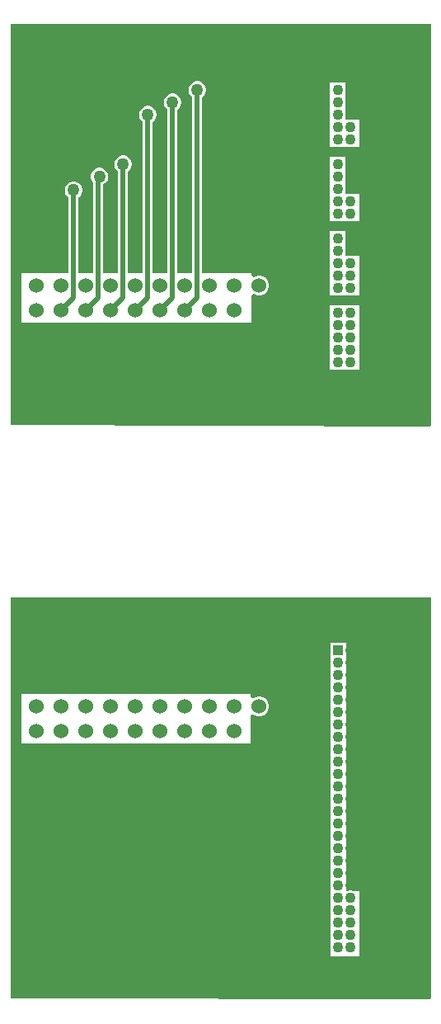
<source format=gbr>
%TF.GenerationSoftware,Altium Limited,Altium Designer,22.11.1 (43)*%
G04 Layer_Physical_Order=2*
G04 Layer_Color=16711680*
%FSLAX45Y45*%
%MOMM*%
%TF.SameCoordinates,ABC14B17-DAD6-4B0F-8560-1018B917A27C*%
%TF.FilePolarity,Positive*%
%TF.FileFunction,Copper,L2,Bot,Signal*%
%TF.Part,Single*%
G01*
G75*
%TA.AperFunction,Conductor*%
%ADD10C,0.50000*%
%TA.AperFunction,ComponentPad*%
%ADD11R,1.09000X1.09000*%
%ADD12C,1.09000*%
%ADD13C,1.52400*%
%TA.AperFunction,ViaPad*%
%ADD14C,1.27000*%
G36*
X12065000Y208487D02*
X12047013Y190553D01*
X7747000Y203200D01*
Y4318000D01*
X12065000D01*
Y208487D01*
D02*
G37*
G36*
Y6088587D02*
X12047013Y6070653D01*
X7747000Y6083300D01*
Y10198100D01*
X12065000D01*
Y6088587D01*
D02*
G37*
%LPC*%
G36*
X10210800Y3327400D02*
X7861300D01*
Y2819400D01*
X10210800D01*
Y3109695D01*
X10236200Y3120216D01*
X10237316Y3119100D01*
X10260484Y3105724D01*
X10286324Y3098800D01*
X10313076D01*
X10338916Y3105724D01*
X10362084Y3119100D01*
X10381000Y3138016D01*
X10394376Y3161184D01*
X10401300Y3187024D01*
Y3213776D01*
X10394376Y3239616D01*
X10381000Y3262784D01*
X10362084Y3281700D01*
X10338916Y3295076D01*
X10313076Y3302000D01*
X10286324D01*
X10260484Y3295076D01*
X10237316Y3281700D01*
X10236200Y3280584D01*
X10210800Y3291105D01*
Y3327400D01*
D02*
G37*
G36*
X11192400Y3851800D02*
X11032600D01*
Y3692000D01*
Y3655419D01*
Y3634381D01*
Y3528419D01*
Y3507381D01*
Y3401419D01*
Y3380381D01*
Y3274419D01*
Y3253381D01*
Y3147419D01*
Y3126381D01*
Y3020419D01*
Y2999381D01*
Y2893419D01*
Y2872381D01*
Y2766419D01*
Y2745381D01*
Y2639419D01*
Y2618381D01*
Y2512419D01*
Y2491381D01*
Y2385419D01*
Y2364381D01*
Y2258419D01*
Y2237381D01*
Y2004419D01*
Y1983381D01*
Y1877419D01*
Y1856381D01*
Y1750419D01*
Y1729381D01*
Y1623419D01*
Y1602381D01*
Y1496419D01*
Y1475381D01*
Y1369419D01*
Y1348381D01*
Y1242419D01*
Y1221381D01*
Y1115419D01*
Y1094381D01*
Y988419D01*
Y967381D01*
Y861419D01*
Y840381D01*
Y734419D01*
Y713381D01*
Y644000D01*
X11023600Y635000D01*
X11328400D01*
Y1306355D01*
X11270340D01*
X11250019Y1311800D01*
X11228981D01*
X11217800Y1308804D01*
D01*
X11208660Y1306355D01*
X11192400D01*
Y1323457D01*
Y3692000D01*
Y3851800D01*
D02*
G37*
G36*
X11123019Y9604900D02*
X11101981D01*
X11088173Y9601200D01*
X11023600D01*
Y8940800D01*
X11088173D01*
X11101981Y8937100D01*
X11123019D01*
X11136827Y8940800D01*
X11215173D01*
X11228981Y8937100D01*
X11250019D01*
X11263827Y8940800D01*
X11328400D01*
Y9223900D01*
X11188700D01*
Y9246673D01*
X11189404Y9249300D01*
D01*
X11192400Y9260481D01*
Y9281519D01*
X11188700Y9295327D01*
Y9373673D01*
X11192400Y9387481D01*
Y9408519D01*
X11188700Y9422327D01*
Y9500673D01*
X11192400Y9514481D01*
Y9535519D01*
X11188700Y9549327D01*
Y9601200D01*
X11136827D01*
X11123019Y9604900D01*
D02*
G37*
G36*
Y8842900D02*
X11101981D01*
X11088173Y8839200D01*
X11023600D01*
Y8178800D01*
X11088173D01*
X11101981Y8175100D01*
X11123019D01*
X11136827Y8178800D01*
X11215173D01*
X11228981Y8175100D01*
X11250019D01*
X11263827Y8178800D01*
X11328400D01*
Y8456455D01*
X11270340D01*
X11250019Y8461900D01*
X11228981D01*
X11208660Y8456455D01*
X11188700D01*
Y8470718D01*
Y8484673D01*
X11192400Y8498481D01*
Y8519519D01*
X11188700Y8533327D01*
Y8611673D01*
X11192400Y8625481D01*
Y8646519D01*
X11188700Y8660327D01*
Y8738673D01*
X11192400Y8752481D01*
Y8773519D01*
X11188700Y8787327D01*
Y8839200D01*
X11136827D01*
X11123019Y8842900D01*
D02*
G37*
G36*
X9676404Y9613900D02*
X9652996D01*
X9630386Y9607842D01*
X9610114Y9596138D01*
X9593562Y9579586D01*
X9581858Y9559314D01*
X9575800Y9536704D01*
Y9513296D01*
X9581858Y9490686D01*
X9593562Y9470414D01*
X9610114Y9453862D01*
X9613313Y9452015D01*
Y7645400D01*
X9462087D01*
Y9325015D01*
X9465286Y9326862D01*
X9481838Y9343414D01*
X9493542Y9363686D01*
X9499600Y9386296D01*
Y9409704D01*
X9493542Y9432314D01*
X9481838Y9452586D01*
X9465286Y9469138D01*
X9445014Y9480842D01*
X9422404Y9486900D01*
X9398996D01*
X9376386Y9480842D01*
X9356114Y9469138D01*
X9339562Y9452586D01*
X9327858Y9432314D01*
X9321800Y9409704D01*
Y9386296D01*
X9327858Y9363686D01*
X9339562Y9343414D01*
X9356114Y9326862D01*
X9359313Y9325015D01*
Y7645400D01*
X9208087D01*
Y9198015D01*
X9211286Y9199862D01*
X9227838Y9216414D01*
X9239542Y9236686D01*
X9245600Y9259296D01*
Y9282704D01*
X9239542Y9305314D01*
X9227838Y9325586D01*
X9211286Y9342138D01*
X9191014Y9353842D01*
X9168404Y9359900D01*
X9144996D01*
X9122386Y9353842D01*
X9102114Y9342138D01*
X9085562Y9325586D01*
X9073858Y9305314D01*
X9067800Y9282704D01*
Y9259296D01*
X9073858Y9236686D01*
X9085562Y9216414D01*
X9102114Y9199862D01*
X9105313Y9198015D01*
Y7645400D01*
X8954087D01*
Y8690015D01*
X8957286Y8691862D01*
X8973838Y8708414D01*
X8985542Y8728686D01*
X8991600Y8751296D01*
Y8774704D01*
X8985542Y8797314D01*
X8973838Y8817586D01*
X8957286Y8834138D01*
X8937014Y8845842D01*
X8914404Y8851900D01*
X8890996D01*
X8868386Y8845842D01*
X8848114Y8834138D01*
X8831562Y8817586D01*
X8819858Y8797314D01*
X8813800Y8774704D01*
Y8751296D01*
X8819858Y8728686D01*
X8831562Y8708414D01*
X8848114Y8691862D01*
X8851313Y8690015D01*
Y7645400D01*
X8700487D01*
Y8555914D01*
X8715986Y8564862D01*
X8732538Y8581414D01*
X8744242Y8601686D01*
X8750300Y8624296D01*
Y8647704D01*
X8744242Y8670314D01*
X8732538Y8690586D01*
X8715986Y8707138D01*
X8695714Y8718842D01*
X8673104Y8724900D01*
X8649696D01*
X8627086Y8718842D01*
X8606814Y8707138D01*
X8590262Y8690586D01*
X8578558Y8670314D01*
X8572500Y8647704D01*
Y8624296D01*
X8578558Y8601686D01*
X8590262Y8581414D01*
X8597713Y8573964D01*
Y7645400D01*
X8446087D01*
Y8423315D01*
X8449286Y8425162D01*
X8465838Y8441714D01*
X8477542Y8461986D01*
X8483600Y8484596D01*
Y8508004D01*
X8477542Y8530614D01*
X8465838Y8550886D01*
X8449286Y8567438D01*
X8429014Y8579142D01*
X8406404Y8585200D01*
X8382996D01*
X8360386Y8579142D01*
X8340114Y8567438D01*
X8323562Y8550886D01*
X8311858Y8530614D01*
X8305800Y8508004D01*
Y8484596D01*
X8311858Y8461986D01*
X8323562Y8441714D01*
X8340114Y8425162D01*
X8343313Y8423315D01*
Y7645400D01*
X7861300D01*
Y7137400D01*
X10223500D01*
Y7416557D01*
X10248900Y7430412D01*
X10260484Y7423724D01*
X10286324Y7416800D01*
X10313076D01*
X10338916Y7423724D01*
X10362084Y7437100D01*
X10381000Y7456016D01*
X10394376Y7479184D01*
X10401300Y7505024D01*
Y7531776D01*
X10394376Y7557616D01*
X10381000Y7580784D01*
X10362084Y7599700D01*
X10338916Y7613076D01*
X10313076Y7620000D01*
X10286324D01*
X10260484Y7613076D01*
X10248900Y7606388D01*
X10223500Y7620243D01*
Y7645400D01*
X9716087D01*
Y9452015D01*
X9719286Y9453862D01*
X9735838Y9470414D01*
X9747542Y9490686D01*
X9753600Y9513296D01*
Y9536704D01*
X9747542Y9559314D01*
X9735838Y9579586D01*
X9719286Y9596138D01*
X9699014Y9607842D01*
X9676404Y9613900D01*
D02*
G37*
G36*
X11123019Y8080900D02*
X11101981D01*
X11088173Y8077200D01*
X11023600D01*
Y7416800D01*
X11088173D01*
X11101981Y7413100D01*
X11123019D01*
X11136827Y7416800D01*
X11215173D01*
X11228981Y7413100D01*
X11250019D01*
X11263827Y7416800D01*
X11328400D01*
Y7821455D01*
X11270340D01*
X11250019Y7826900D01*
X11228981D01*
X11208660Y7821455D01*
X11188700D01*
Y7835718D01*
Y7849673D01*
X11192400Y7863481D01*
Y7884519D01*
X11188700Y7898327D01*
Y7976673D01*
X11192400Y7990481D01*
Y8011519D01*
X11188700Y8025327D01*
Y8077200D01*
X11136827D01*
X11123019Y8080900D01*
D02*
G37*
G36*
X11250019Y7318900D02*
X11228981D01*
X11215173Y7315200D01*
X11136827D01*
X11123019Y7318900D01*
X11101981D01*
X11088173Y7315200D01*
X11023600D01*
Y6654800D01*
X11088173D01*
X11101981Y6651100D01*
X11123019D01*
X11136827Y6654800D01*
X11215173D01*
X11228981Y6651100D01*
X11250019D01*
X11263827Y6654800D01*
X11328400D01*
Y7315200D01*
X11263827D01*
X11250019Y7318900D01*
D02*
G37*
%LPD*%
D10*
X9537700Y7264400D02*
X9664700Y7391400D01*
Y9525000D01*
X9410700Y7391400D02*
Y9398000D01*
X9283700Y7264400D02*
X9410700Y7391400D01*
X9156700D02*
Y9271000D01*
X9029700Y7264400D02*
X9156700Y7391400D01*
X8394700D02*
Y8496300D01*
X8267700Y7264400D02*
X8394700Y7391400D01*
X8775700Y7264400D02*
X8902700Y7391400D01*
Y8763000D01*
X8521700Y7264400D02*
X8649100Y7391800D01*
Y8623700D01*
X8661400Y8636000D01*
D11*
X11112500Y3771900D02*
D03*
Y9652000D02*
D03*
D12*
X11239500Y3771900D02*
D03*
X11112500Y3644900D02*
D03*
X11239500D02*
D03*
X11112500Y3517900D02*
D03*
X11239500D02*
D03*
X11112500Y3390900D02*
D03*
X11239500D02*
D03*
X11112500Y3263900D02*
D03*
X11239500D02*
D03*
X11112500Y3136900D02*
D03*
X11239500D02*
D03*
X11112500Y3009900D02*
D03*
X11239500D02*
D03*
X11112500Y2882900D02*
D03*
X11239500D02*
D03*
X11112500Y2755900D02*
D03*
X11239500D02*
D03*
X11112500Y2628900D02*
D03*
X11239500D02*
D03*
X11112500Y2501900D02*
D03*
X11239500D02*
D03*
X11112500Y2374900D02*
D03*
X11239500D02*
D03*
X11112500Y2247900D02*
D03*
X11239500D02*
D03*
X11112500Y2120900D02*
D03*
X11239500D02*
D03*
X11112500Y1993900D02*
D03*
X11239500D02*
D03*
X11112500Y1866900D02*
D03*
X11239500D02*
D03*
X11112500Y1739900D02*
D03*
X11239500D02*
D03*
X11112500Y1612900D02*
D03*
X11239500D02*
D03*
X11112500Y1485900D02*
D03*
X11239500D02*
D03*
X11112500Y1358900D02*
D03*
X11239500D02*
D03*
X11112500Y1231900D02*
D03*
X11239500D02*
D03*
X11112500Y1104900D02*
D03*
X11239500D02*
D03*
X11112500Y977900D02*
D03*
X11239500D02*
D03*
X11112500Y850900D02*
D03*
X11239500D02*
D03*
X11112500Y723900D02*
D03*
X11239500D02*
D03*
Y6604000D02*
D03*
X11112500D02*
D03*
X11239500Y6731000D02*
D03*
X11112500D02*
D03*
X11239500Y6858000D02*
D03*
X11112500D02*
D03*
X11239500Y6985000D02*
D03*
X11112500D02*
D03*
X11239500Y7112000D02*
D03*
X11112500D02*
D03*
X11239500Y7239000D02*
D03*
X11112500D02*
D03*
X11239500Y7366000D02*
D03*
X11112500D02*
D03*
X11239500Y7493000D02*
D03*
X11112500D02*
D03*
X11239500Y7620000D02*
D03*
X11112500D02*
D03*
X11239500Y7747000D02*
D03*
X11112500D02*
D03*
X11239500Y7874000D02*
D03*
X11112500D02*
D03*
X11239500Y8001000D02*
D03*
X11112500D02*
D03*
X11239500Y8128000D02*
D03*
X11112500D02*
D03*
X11239500Y8255000D02*
D03*
X11112500D02*
D03*
X11239500Y8382000D02*
D03*
X11112500D02*
D03*
X11239500Y8509000D02*
D03*
X11112500D02*
D03*
X11239500Y8636000D02*
D03*
X11112500D02*
D03*
X11239500Y8763000D02*
D03*
X11112500D02*
D03*
X11239500Y8890000D02*
D03*
X11112500D02*
D03*
X11239500Y9017000D02*
D03*
X11112500D02*
D03*
X11239500Y9144000D02*
D03*
X11112500D02*
D03*
X11239500Y9271000D02*
D03*
X11112500D02*
D03*
X11239500Y9398000D02*
D03*
X11112500D02*
D03*
X11239500Y9525000D02*
D03*
X11112500D02*
D03*
X11239500Y9652000D02*
D03*
D13*
X10299700Y7518400D02*
D03*
Y7264400D02*
D03*
X10045700Y7518400D02*
D03*
Y7264400D02*
D03*
X9791700Y7518400D02*
D03*
Y7264400D02*
D03*
X9537700Y7518400D02*
D03*
Y7264400D02*
D03*
X9283700Y7518400D02*
D03*
Y7264400D02*
D03*
X9029700Y7518400D02*
D03*
Y7264400D02*
D03*
X8775700Y7518400D02*
D03*
Y7264400D02*
D03*
X8521700Y7518400D02*
D03*
Y7264400D02*
D03*
X8267700Y7518400D02*
D03*
Y7264400D02*
D03*
X8013700Y7518400D02*
D03*
Y7264400D02*
D03*
X10299700Y3200400D02*
D03*
Y2946400D02*
D03*
X10045700Y3200400D02*
D03*
Y2946400D02*
D03*
X9791700Y3200400D02*
D03*
Y2946400D02*
D03*
X9537700Y3200400D02*
D03*
Y2946400D02*
D03*
X9283700Y3200400D02*
D03*
Y2946400D02*
D03*
X9029700Y3200400D02*
D03*
Y2946400D02*
D03*
X8775700Y3200400D02*
D03*
Y2946400D02*
D03*
X8521700Y3200400D02*
D03*
Y2946400D02*
D03*
X8267700Y3200400D02*
D03*
Y2946400D02*
D03*
X8013700Y3200400D02*
D03*
Y2946400D02*
D03*
D14*
X8394700Y8496300D02*
D03*
X8661400Y8636000D02*
D03*
X9156700Y9271000D02*
D03*
X9410700Y9398000D02*
D03*
X9664700Y9525000D02*
D03*
X8902700Y8763000D02*
D03*
%TF.MD5,c4c0fdaf63ed2e4eb4e04da0475228bc*%
M02*

</source>
